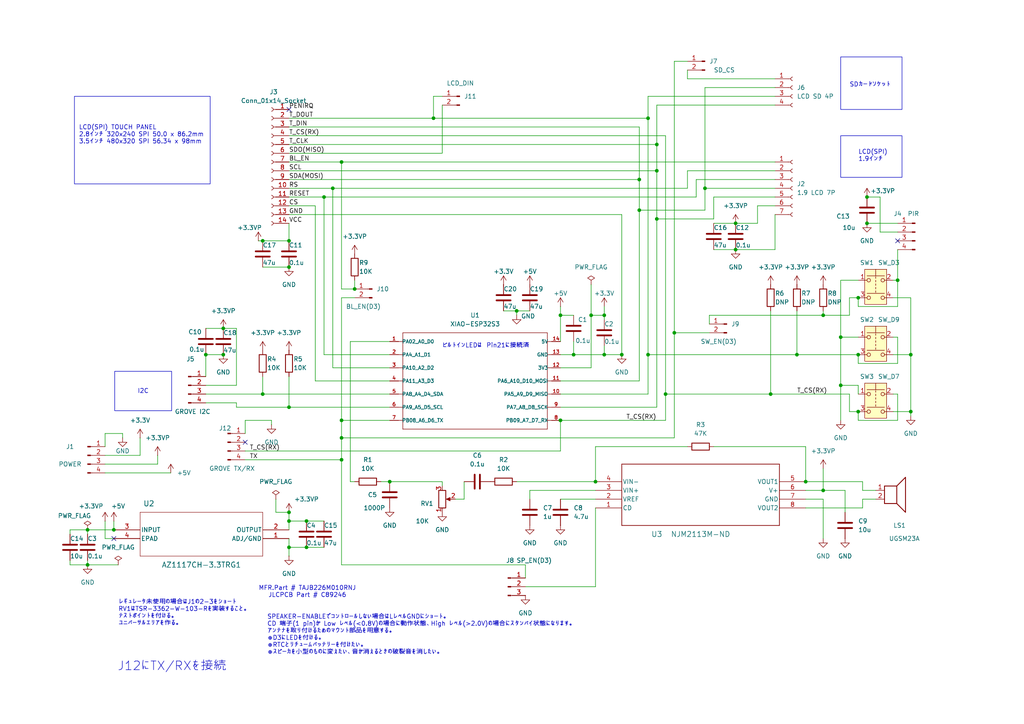
<source format=kicad_sch>
(kicad_sch (version 20250114) (generator "eeschema") (generator_version "9.0")
  (paper "A4")
  (title_block (title "piyopiyo-pcb") (date "2025-12-08") (rev "1.8") (company "piyopiyo.ex"))
  (lib_symbols
    (symbol "2024-02-19_05-27-28:NJM2113M-ND" (pin_names (offset 0.254))
      (property "Reference" "U" (at 30.48 10.16 0))
      (property "Value" "NJM2113M-ND" (at 30.48 7.62 0))
      (symbol "NJM2113M-ND_0_1"
        (pin unspecified line (at 0 0 0) (length 7.62) (name "CD") (number "1"))
        (pin power_in line (at 0 -2.54 0) (length 7.62) (name "VREF") (number "2"))
        (pin input line (at 0 -5.08 0) (length 7.62) (name "VIN+") (number "3"))
        (pin input line (at 0 -7.62 0) (length 7.62) (name "VIN-") (number "4"))
        (pin output line (at 60.96 0 180) (length 7.62) (name "VOUT2") (number "8"))
        (pin power_in line (at 60.96 -2.54 180) (length 7.62) (name "GND") (number "7"))
        (pin power_in line (at 60.96 -5.08 180) (length 7.62) (name "V+") (number "6"))
        (pin output line (at 60.96 -7.62 180) (length 7.62) (name "VOUT1") (number "5"))
      )
    )
    (symbol "2024-02-19_08-13-11:AZ1117CH-3.3TRG1" (pin_names (offset 0.254))
      (property "Reference" "U" (at 25.4 10.16 0))
      (property "Value" "AZ1117CH-3.3TRG1" (at 25.4 7.62 0))
      (symbol "AZ1117CH-3.3TRG1_0_1"
        (pin bidirectional line (at 0 0 0) (length 7.62) (name "ADJ/GND") (number "1"))
        (pin output line (at 0 -2.54 0) (length 7.62) (name "OUTPUT") (number "2"))
        (pin unspecified line (at 50.8 0 180) (length 7.62) (name "EPAD") (number "4"))
        (pin input line (at 50.8 -2.54 180) (length 7.62) (name "INPUT") (number "3"))
      )
    )
    (symbol "Connector:Conn_01x02_Pin" (pin_names (offset 1.016) (hide yes))
      (property "Reference" "J" (at 0 2.54 0))
      (property "Value" "Conn_01x02_Pin" (at 0 -5.08 0))
      (symbol "Conn_01x02_Pin_1_1"
        (pin passive line (at 5.08 0 180) (length 3.81) (name "Pin_1") (number "1"))
        (pin passive line (at 5.08 -2.54 180) (length 3.81) (name "Pin_2") (number "2"))
      )
    )
    (symbol "Connector:Conn_01x03_Pin" (pin_names (offset 1.016) (hide yes))
      (property "Reference" "J" (at 0 5.08 0))
      (property "Value" "Conn_01x03_Pin" (at 0 -5.08 0))
      (symbol "Conn_01x03_Pin_1_1"
        (pin passive line (at 5.08 2.54 180) (length 3.81) (name "Pin_1") (number "1"))
        (pin passive line (at 5.08 0 180) (length 3.81) (name "Pin_2") (number "2"))
        (pin passive line (at 5.08 -2.54 180) (length 3.81) (name "Pin_3") (number "3"))
      )
    )
    (symbol "Connector:Conn_01x04_Pin" (pin_names (offset 1.016) (hide yes))
      (property "Reference" "J" (at 0 5.08 0))
      (property "Value" "Conn_01x04_Pin" (at 0 -7.62 0))
      (symbol "Conn_01x04_Pin_1_1"
        (pin passive line (at 5.08 2.54 180) (length 3.81) (name "Pin_1") (number "1"))
        (pin passive line (at 5.08 0 180) (length 3.81) (name "Pin_2") (number "2"))
        (pin passive line (at 5.08 -2.54 180) (length 3.81) (name "Pin_3") (number "3"))
        (pin passive line (at 5.08 -5.08 180) (length 3.81) (name "Pin_4") (number "4"))
      )
    )
    (symbol "Connector:Conn_01x04_Socket" (pin_names (offset 1.016) (hide yes))
      (property "Reference" "J" (at 0 5.08 0))
      (property "Value" "Conn_01x04_Socket" (at 0 -7.62 0))
      (symbol "Conn_01x04_Socket_1_1"
        (pin passive line (at -5.08 2.54 0) (length 3.81) (name "Pin_1") (number "1"))
        (pin passive line (at -5.08 0 0) (length 3.81) (name "Pin_2") (number "2"))
        (pin passive line (at -5.08 -2.54 0) (length 3.81) (name "Pin_3") (number "3"))
        (pin passive line (at -5.08 -5.08 0) (length 3.81) (name "Pin_4") (number "4"))
      )
    )
    (symbol "Connector:Conn_01x07_Socket" (pin_names (offset 1.016) (hide yes))
      (property "Reference" "J" (at 0 10.16 0))
      (property "Value" "Conn_01x07_Socket" (at 0 -10.16 0))
      (symbol "Conn_01x07_Socket_1_1"
        (pin passive line (at -5.08 7.62 0) (length 3.81) (name "Pin_1") (number "1"))
        (pin passive line (at -5.08 5.08 0) (length 3.81) (name "Pin_2") (number "2"))
        (pin passive line (at -5.08 2.54 0) (length 3.81) (name "Pin_3") (number "3"))
        (pin passive line (at -5.08 0 0) (length 3.81) (name "Pin_4") (number "4"))
        (pin passive line (at -5.08 -2.54 0) (length 3.81) (name "Pin_5") (number "5"))
        (pin passive line (at -5.08 -5.08 0) (length 3.81) (name "Pin_6") (number "6"))
        (pin passive line (at -5.08 -7.62 0) (length 3.81) (name "Pin_7") (number "7"))
      )
    )
    (symbol "Connector:Conn_01x14_Socket" (pin_names (offset 1.016) (hide yes))
      (property "Reference" "J" (at 0 17.78 0))
      (property "Value" "Conn_01x14_Socket" (at 0 -20.32 0))
      (symbol "Conn_01x14_Socket_1_1"
        (pin passive line (at -5.08 15.24 0) (length 3.81) (name "Pin_1") (number "1"))
        (pin passive line (at -5.08 12.7 0) (length 3.81) (name "Pin_2") (number "2"))
        (pin passive line (at -5.08 10.16 0) (length 3.81) (name "Pin_3") (number "3"))
        (pin passive line (at -5.08 7.62 0) (length 3.81) (name "Pin_4") (number "4"))
        (pin passive line (at -5.08 5.08 0) (length 3.81) (name "Pin_5") (number "5"))
        (pin passive line (at -5.08 2.54 0) (length 3.81) (name "Pin_6") (number "6"))
        (pin passive line (at -5.08 0 0) (length 3.81) (name "Pin_7") (number "7"))
        (pin passive line (at -5.08 -2.54 0) (length 3.81) (name "Pin_8") (number "8"))
        (pin passive line (at -5.08 -5.08 0) (length 3.81) (name "Pin_9") (number "9"))
        (pin passive line (at -5.08 -7.62 0) (length 3.81) (name "Pin_10") (number "10"))
        (pin passive line (at -5.08 -10.16 0) (length 3.81) (name "Pin_11") (number "11"))
        (pin passive line (at -5.08 -12.7 0) (length 3.81) (name "Pin_12") (number "12"))
        (pin passive line (at -5.08 -15.24 0) (length 3.81) (name "Pin_13") (number "13"))
        (pin passive line (at -5.08 -17.78 0) (length 3.81) (name "Pin_14") (number "14"))
      )
    )
    (symbol "Device:C" (pin_numbers (hide yes)) (pin_names (offset 0.254))
      (property "Reference" "C" (at 0.635 2.54 0))
      (property "Value" "C" (at 0.635 -2.54 0))
      (symbol "C_1_1"
        (pin passive line (at 0 3.81 270) (length 2.794) (name "~") (number "1"))
        (pin passive line (at 0 -3.81 90) (length 2.794) (name "~") (number "2"))
      )
    )
    (symbol "Device:R" (pin_numbers (hide yes)) (pin_names (offset 0))
      (property "Reference" "R" (at 2.032 0 90))
      (property "Value" "R" (at 0 0 90))
      (symbol "R_1_1"
        (pin passive line (at 0 3.81 270) (length 1.27) (name "~") (number "1"))
        (pin passive line (at 0 -3.81 90) (length 1.27) (name "~") (number "2"))
      )
    )
    (symbol "Device:R_Potentiometer" (pin_names (offset 1.016) (hide yes))
      (property "Reference" "RV" (at -4.445 0 90))
      (property "Value" "R_Potentiometer" (at -2.54 0 90))
      (symbol "R_Potentiometer_1_1"
        (pin passive line (at 0 3.81 270) (length 1.27) (name "1") (number "1"))
        (pin passive line (at 0 -3.81 90) (length 1.27) (name "3") (number "3"))
        (pin passive line (at 3.81 0 180) (length 1.27) (name "2") (number "2"))
      )
    )
    (symbol "Device:Speaker" (pin_names (offset 0) (hide yes))
      (property "Reference" "LS" (at 1.27 5.715 0))
      (property "Value" "Speaker" (at 1.27 3.81 0))
      (symbol "Speaker_1_1"
        (pin input line (at -5.08 0 0) (length 2.54) (name "1") (number "1"))
        (pin input line (at -5.08 -2.54 0) (length 2.54) (name "2") (number "2"))
      )
    )
    (symbol "MOUDLE-SEEEDUINO-XIAO-ESP32C3:MOUDLE-SEEEDUINO-XIAO-ESP32C3" (pin_names (offset 1.016))
      (property "Reference" "U" (at -21.59 15.24 0))
      (property "Value" "MOUDLE-SEEEDUINO-XIAO-ESP32C3" (at -21.59 13.97 0))
      (symbol "MOUDLE-SEEEDUINO-XIAO-ESP32C3_0_0"
        (pin bidirectional line (at -25.4 11.43 0) (length 2.54) (name "PA02_A0_D0") (number "1"))
        (pin bidirectional line (at -25.4 7.62 0) (length 2.54) (name "PA4_A1_D1") (number "2"))
        (pin bidirectional line (at -25.4 3.81 0) (length 2.54) (name "PA10_A2_D2") (number "3"))
        (pin bidirectional line (at -25.4 0 0) (length 2.54) (name "PA11_A3_D3") (number "4"))
        (pin bidirectional line (at -25.4 -3.81 0) (length 2.54) (name "PA8_A4_D4_SDA") (number "5"))
        (pin bidirectional line (at -25.4 -7.62 0) (length 2.54) (name "PA9_A5_D5_SCL") (number "6"))
        (pin bidirectional line (at -25.4 -11.43 0) (length 2.54) (name "PB08_A6_D6_TX") (number "7"))
        (pin bidirectional line (at 24.13 11.43 180) (length 2.54) (name "5V") (number "14"))
        (pin bidirectional line (at 24.13 7.62 180) (length 2.54) (name "GND") (number "13"))
        (pin bidirectional line (at 24.13 3.81 180) (length 2.54) (name "3V3") (number "12"))
        (pin bidirectional line (at 24.13 0 180) (length 2.54) (name "PA6_A10_D10_MOSI") (number "11"))
        (pin bidirectional line (at 24.13 -3.81 180) (length 2.54) (name "PA5_A9_D9_MISO") (number "10"))
        (pin bidirectional line (at 24.13 -7.62 180) (length 2.54) (name "PA7_A8_D8_SCK") (number "9"))
        (pin bidirectional line (at 24.13 -11.43 180) (length 2.54) (name "PB09_A7_D7_RX") (number "8"))
      )
    )
    (symbol "Switch:SW_Push_Dual" (pin_names (offset 1.016) (hide yes))
      (property "Reference" "SW" (at 0 7.62 0))
      (property "Value" "SW_Push_Dual" (at 0 -6.35 0))
      (symbol "SW_Push_Dual_0_1"
        (pin passive line (at -5.08 2.54 0) (length 2.54) (name "1") (number "1"))
        (pin passive line (at -5.08 -2.54 0) (length 2.54) (name "3") (number "3"))
        (pin passive line (at 5.08 2.54 180) (length 2.54) (name "2") (number "2"))
        (pin passive line (at 5.08 -2.54 180) (length 2.54) (name "4") (number "4"))
      )
    )
    (symbol "power:+3.3V" (power) (pin_numbers (hide yes)) (pin_names (offset 0) (hide yes))
      (property "Value" "+3.3V" (at 0 3.556 0))
      (symbol "+3.3V_1_1"
        (pin power_in line (at 0 0 90) (length 0) (name "~") (number "1"))
      )
    )
    (symbol "power:+3.3VP" (power) (pin_numbers (hide yes)) (pin_names (offset 0) (hide yes))
      (property "Value" "+3.3VP" (at 0 3.556 0))
      (symbol "+3.3VP_0_0"
        (pin power_in line (at 0 0 90) (length 0) (name "~") (number "1"))
      )
    )
    (symbol "power:+5V" (power) (pin_numbers (hide yes)) (pin_names (offset 0) (hide yes))
      (property "Value" "+5V" (at 0 3.556 0))
      (symbol "+5V_1_1"
        (pin power_in line (at 0 0 90) (length 0) (name "~") (number "1"))
      )
    )
    (symbol "power:GND" (power) (pin_numbers (hide yes)) (pin_names (offset 0) (hide yes))
      (property "Value" "GND" (at 0 -3.81 0))
      (symbol "GND_1_1"
        (pin power_in line (at 0 0 270) (length 0) (name "~") (number "1"))
      )
    )
    (symbol "power:PWR_FLAG" (power) (pin_numbers (hide yes)) (pin_names (offset 0) (hide yes))
      (property "Value" "PWR_FLAG" (at 0 3.81 0))
      (symbol "PWR_FLAG_0_0"
        (pin power_out line (at 0 0 90) (length 0) (name "~") (number "1"))
      )
    )
  )
  (rectangle (start 243.84 16.51) (end 261.62 31.75))
  (rectangle (start 33.274 107.696) (end 49.784 119.126))
  (rectangle (start 243.84 39.37) (end 261.62 51.435))
  (rectangle (start 21.59 27.94) (end 60.96 53.34))
  (text "MFR.Part # TAJB226M010RNJ\nJLCPCB Part # C89246\n" (at 89.154 171.704 0) (effects (font (size 1.27 1.27))))
  (text "I2C" (at 39.878 114.3 0) (effects (font (size 1.27 1.27)) (justify left bottom)))
  (text "ビルトインLEDは　Pin21に接続済" (at 128.27 101.092 0) (effects (font (size 1.27 1.27)) (justify left bottom)))
  (text "レギュレータ未使用の場合はJ1の2-3をショート\nRV1はTSR-3362-W-103-Rを実装すること。\nテストポイントを付ける。\nユニバーサルエリアを作る。" (at 34.29 181.61 0) (effects (font (size 1.27 1.27)) (justify left bottom)))
  (text "LCD(SPI)\n1.9インチ" (at 248.92 46.99 0) (effects (font (size 1.27 1.27)) (justify left bottom)))
  (text "SPEAKER-ENABLEでコントロールしない場合はLレベルGNDにショート。\nCD 端子(1 pin)が Low レベル(<0.8V)の場合に動作状態、High レベル(>2.0V)の場合にスタンバイ状態になります。\nアンテナを取り付けるためのマウント部品を用意する。\n※D3にLEDを付ける。\n※RTCとリチュームバッテリーを付けたい。\n※スピーカを小型のものに変えたい、音が消えるときの破裂音を消したい。" (at 77.47 189.992 0) (effects (font (size 1.27 1.27)) (justify left bottom)))
  (text "LCD(SPI) TOUCH PANEL\n2.8インチ 320x240 SPI 50.0 x 86.2mm\n3.5インチ 480x320 SPI 56.34 x 98mm" (at 22.86 41.91 0) (effects (font (size 1.27 1.27)) (justify left bottom)))
  (text "J12にTX/RXを接続" (at 34.036 194.818 0) (effects (font (size 2.54 2.54)) (justify left bottom)))
  (text "SDカードソケット" (at 246.38 25.4 0) (effects (font (size 1.27 1.27)) (justify left bottom)))
  (junction (at 83.82 151.13))
  (junction (at 99.06 121.92))
  (junction (at 171.45 91.44))
  (junction (at 113.03 139.7))
  (junction (at 180.34 102.87))
  (junction (at 64.77 95.25))
  (junction (at 190.5 63.5))
  (junction (at 59.69 102.87))
  (junction (at 99.06 46.99))
  (junction (at 195.58 96.52))
  (junction (at 149.86 90.17))
  (junction (at 190.5 49.53))
  (junction (at 83.82 118.11))
  (junction (at 213.36 72.39))
  (junction (at 33.02 153.67))
  (junction (at 125.73 34.29))
  (junction (at 99.06 127))
  (junction (at 251.46 64.77))
  (junction (at 76.2 114.3))
  (junction (at 223.52 114.3))
  (junction (at 187.96 34.29))
  (junction (at 166.37 102.87))
  (junction (at 172.72 139.7))
  (junction (at 243.84 111.76))
  (junction (at 248.92 86.36))
  (junction (at 248.92 119.38))
  (junction (at 25.4 153.67))
  (junction (at 102.87 83.82))
  (junction (at 175.26 91.44))
  (junction (at 193.04 114.3))
  (junction (at 162.56 121.92))
  (junction (at 204.47 54.61))
  (junction (at 185.42 60.96))
  (junction (at 187.96 102.87))
  (junction (at 243.84 97.79))
  (junction (at 83.82 158.75))
  (junction (at 238.76 91.44))
  (junction (at 175.26 102.87))
  (junction (at 83.82 77.47))
  (junction (at 260.35 81.28))
  (junction (at 213.36 64.77))
  (junction (at 93.98 57.15))
  (junction (at 233.68 139.7))
  (junction (at 64.77 102.87))
  (junction (at 88.9 151.13))
  (junction (at 238.76 142.24))
  (junction (at 248.92 102.87))
  (junction (at 76.2 69.85))
  (junction (at 251.46 57.15))
  (junction (at 25.4 163.83))
  (junction (at 190.5 41.91))
  (junction (at 83.82 148.59))
  (junction (at 231.14 102.87))
  (junction (at 99.06 133.35))
  (junction (at 264.16 102.87))
  (junction (at 96.52 54.61))
  (junction (at 185.42 52.07))
  (junction (at 162.56 91.44))
  (junction (at 88.9 158.75))
  (junction (at 83.82 69.85))
  (junction (at 264.16 119.38))
  (no_connect (at 71.12 128.27))
  (no_connect (at 33.02 156.21))
  (no_connect (at 260.35 69.85))
  (no_connect (at 83.82 31.75))
  (wire (pts (xy 193.04 114.3) (xy 193.04 121.92)))
  (wire (pts (xy 162.56 121.92) (xy 162.56 130.81)))
  (wire (pts (xy 248.92 105.41) (xy 260.35 105.41)))
  (wire (pts (xy 190.5 63.5) (xy 190.5 118.11)))
  (wire (pts (xy 219.71 64.77) (xy 219.71 59.69)))
  (wire (pts (xy 83.82 59.69) (xy 91.44 59.69)))
  (wire (pts (xy 254 144.78) (xy 250.19 144.78)))
  (wire (pts (xy 83.82 118.11) (xy 113.03 118.11)))
  (wire (pts (xy 264.16 86.36) (xy 264.16 102.87)))
  (wire (pts (xy 171.45 91.44) (xy 171.45 106.68)))
  (wire (pts (xy 199.39 54.61) (xy 199.39 49.53)))
  (wire (pts (xy 68.58 111.76) (xy 59.69 111.76)))
  (wire (pts (xy 166.37 102.87) (xy 175.26 102.87)))
  (wire (pts (xy 102.87 86.36) (xy 99.06 86.36)))
  (wire (pts (xy 180.34 62.23) (xy 180.34 102.87)))
  (wire (pts (xy 96.52 106.68) (xy 113.03 106.68)))
  (wire (pts (xy 224.79 72.39) (xy 224.79 62.23)))
  (wire (pts (xy 153.67 142.24) (xy 153.67 144.78)))
  (wire (pts (xy 248.92 121.92) (xy 260.35 121.92)))
  (wire (pts (xy 96.52 54.61) (xy 96.52 106.68)))
  (wire (pts (xy 71.12 133.35) (xy 99.06 133.35)))
  (wire (pts (xy 93.98 57.15) (xy 83.82 57.15)))
  (wire (pts (xy 71.12 121.92) (xy 78.74 121.92)))
  (wire (pts (xy 190.5 41.91) (xy 190.5 49.53)))
  (wire (pts (xy 187.96 114.3) (xy 187.96 102.87)))
  (wire (pts (xy 101.6 99.06) (xy 113.03 99.06)))
  (wire (pts (xy 40.64 132.08) (xy 40.64 127)))
  (wire (pts (xy 162.56 91.44) (xy 162.56 99.06)))
  (wire (pts (xy 59.69 102.87) (xy 64.77 102.87)))
  (wire (pts (xy 83.82 109.22) (xy 83.82 118.11)))
  (wire (pts (xy 83.82 39.37) (xy 193.04 39.37)))
  (wire (pts (xy 30.48 156.21) (xy 33.02 156.21)))
  (wire (pts (xy 101.6 99.06) (xy 101.6 139.7)))
  (wire (pts (xy 207.01 57.15) (xy 207.01 63.5)))
  (wire (pts (xy 99.06 86.36) (xy 99.06 121.92)))
  (wire (pts (xy 260.35 88.9) (xy 260.35 81.28)))
  (wire (pts (xy 238.76 144.78) (xy 238.76 156.21)))
  (wire (pts (xy 25.4 153.67) (xy 33.02 153.67)))
  (wire (pts (xy 171.45 91.44) (xy 175.26 91.44)))
  (wire (pts (xy 259.08 119.38) (xy 264.16 119.38)))
  (wire (pts (xy 78.74 121.92) (xy 78.74 123.19)))
  (wire (pts (xy 199.39 22.86) (xy 199.39 20.32)))
  (wire (pts (xy 30.48 137.16) (xy 49.53 137.16)))
  (wire (pts (xy 128.27 139.7) (xy 128.27 140.97)))
  (wire (pts (xy 76.2 77.47) (xy 83.82 77.47)))
  (wire (pts (xy 233.68 142.24) (xy 238.76 142.24)))
  (wire (pts (xy 68.58 95.25) (xy 68.58 111.76)))
  (wire (pts (xy 259.08 114.3) (xy 260.35 114.3)))
  (wire (pts (xy 175.26 88.9) (xy 175.26 91.44)))
  (wire (pts (xy 162.56 118.11) (xy 190.5 118.11)))
  (wire (pts (xy 83.82 44.45) (xy 128.27 44.45)))
  (wire (pts (xy 99.06 133.35) (xy 99.06 163.83)))
  (wire (pts (xy 162.56 130.81) (xy 71.12 130.81)))
  (wire (pts (xy 30.48 134.62) (xy 45.72 134.62)))
  (wire (pts (xy 260.35 72.39) (xy 260.35 81.28)))
  (wire (pts (xy 260.35 105.41) (xy 260.35 97.79)))
  (wire (pts (xy 243.84 111.76) (xy 243.84 97.79)))
  (wire (pts (xy 149.86 90.17) (xy 149.86 91.44)))
  (wire (pts (xy 195.58 17.78) (xy 195.58 96.52)))
  (wire (pts (xy 175.26 102.87) (xy 180.34 102.87)))
  (wire (pts (xy 25.4 153.67) (xy 25.4 154.94)))
  (wire (pts (xy 33.02 151.13) (xy 33.02 153.67)))
  (wire (pts (xy 20.32 153.67) (xy 25.4 153.67)))
  (wire (pts (xy 185.42 60.96) (xy 204.47 60.96)))
  (wire (pts (xy 162.56 88.9) (xy 162.56 91.44)))
  (wire (pts (xy 223.52 114.3) (xy 246.38 114.3)))
  (wire (pts (xy 248.92 102.87) (xy 248.92 105.41)))
  (wire (pts (xy 255.27 67.31) (xy 255.27 57.15)))
  (wire (pts (xy 207.01 129.54) (xy 233.68 129.54)))
  (wire (pts (xy 185.42 60.96) (xy 185.42 110.49)))
  (wire (pts (xy 190.5 49.53) (xy 190.5 63.5)))
  (wire (pts (xy 99.06 121.92) (xy 113.03 121.92)))
  (wire (pts (xy 246.38 91.44) (xy 246.38 86.36)))
  (wire (pts (xy 199.39 129.54) (xy 172.72 129.54)))
  (wire (pts (xy 251.46 64.77) (xy 260.35 64.77)))
  (wire (pts (xy 162.56 102.87) (xy 166.37 102.87)))
  (wire (pts (xy 30.48 132.08) (xy 40.64 132.08)))
  (wire (pts (xy 233.68 144.78) (xy 238.76 144.78)))
  (wire (pts (xy 260.35 67.31) (xy 255.27 67.31)))
  (wire (pts (xy 83.82 54.61) (xy 96.52 54.61)))
  (wire (pts (xy 152.4 170.18) (xy 172.72 170.18)))
  (wire (pts (xy 264.16 102.87) (xy 264.16 119.38)))
  (wire (pts (xy 187.96 34.29) (xy 187.96 102.87)))
  (wire (pts (xy 207.01 72.39) (xy 213.36 72.39)))
  (wire (pts (xy 102.87 81.28) (xy 102.87 83.82)))
  (wire (pts (xy 83.82 36.83) (xy 185.42 36.83)))
  (wire (pts (xy 233.68 139.7) (xy 250.19 139.7)))
  (wire (pts (xy 59.69 95.25) (xy 64.77 95.25)))
  (wire (pts (xy 59.69 114.3) (xy 76.2 114.3)))
  (wire (pts (xy 93.98 102.87) (xy 93.98 57.15)))
  (wire (pts (xy 76.2 69.85) (xy 83.82 69.85)))
  (wire (pts (xy 238.76 91.44) (xy 246.38 91.44)))
  (wire (pts (xy 83.82 151.13) (xy 88.9 151.13)))
  (wire (pts (xy 199.39 49.53) (xy 224.79 49.53)))
  (wire (pts (xy 146.05 90.17) (xy 149.86 90.17)))
  (wire (pts (xy 238.76 90.17) (xy 238.76 91.44)))
  (wire (pts (xy 30.48 125.73) (xy 35.56 125.73)))
  (wire (pts (xy 248.92 119.38) (xy 248.92 121.92)))
  (wire (pts (xy 80.01 144.78) (xy 80.01 148.59)))
  (wire (pts (xy 224.79 22.86) (xy 199.39 22.86)))
  (wire (pts (xy 162.56 144.78) (xy 172.72 144.78)))
  (wire (pts (xy 83.82 156.21) (xy 83.82 158.75)))
  (wire (pts (xy 175.26 91.44) (xy 175.26 92.71)))
  (wire (pts (xy 243.84 97.79) (xy 248.92 97.79)))
  (wire (pts (xy 264.16 119.38) (xy 264.16 120.65)))
  (wire (pts (xy 213.36 72.39) (xy 224.79 72.39)))
  (wire (pts (xy 250.19 142.24) (xy 254 142.24)))
  (wire (pts (xy 71.12 125.73) (xy 71.12 121.92)))
  (wire (pts (xy 231.14 90.17) (xy 231.14 102.87)))
  (wire (pts (xy 96.52 54.61) (xy 199.39 54.61)))
  (wire (pts (xy 223.52 90.17) (xy 223.52 114.3)))
  (wire (pts (xy 205.74 96.52) (xy 195.58 96.52)))
  (wire (pts (xy 153.67 142.24) (xy 172.72 142.24)))
  (wire (pts (xy 190.5 30.48) (xy 224.79 30.48)))
  (wire (pts (xy 83.82 34.29) (xy 125.73 34.29)))
  (wire (pts (xy 190.5 41.91) (xy 190.5 30.48)))
  (wire (pts (xy 250.19 139.7) (xy 250.19 142.24)))
  (wire (pts (xy 238.76 91.44) (xy 205.74 91.44)))
  (wire (pts (xy 172.72 147.32) (xy 172.72 170.18)))
  (wire (pts (xy 162.56 114.3) (xy 187.96 114.3)))
  (wire (pts (xy 190.5 63.5) (xy 207.01 63.5)))
  (wire (pts (xy 152.4 163.83) (xy 152.4 167.64)))
  (wire (pts (xy 259.08 86.36) (xy 264.16 86.36)))
  (wire (pts (xy 20.32 163.83) (xy 25.4 163.83)))
  (wire (pts (xy 199.39 17.78) (xy 195.58 17.78)))
  (wire (pts (xy 20.32 162.56) (xy 20.32 163.83)))
  (wire (pts (xy 74.93 69.85) (xy 76.2 69.85)))
  (wire (pts (xy 260.35 97.79) (xy 259.08 97.79)))
  (wire (pts (xy 128.27 30.48) (xy 128.27 44.45)))
  (wire (pts (xy 113.03 139.7) (xy 128.27 139.7)))
  (wire (pts (xy 128.27 27.94) (xy 125.73 27.94)))
  (wire (pts (xy 99.06 127) (xy 99.06 133.35)))
  (wire (pts (xy 248.92 86.36) (xy 248.92 88.9)))
  (wire (pts (xy 260.35 121.92) (xy 260.35 114.3)))
  (wire (pts (xy 185.42 52.07) (xy 185.42 60.96)))
  (wire (pts (xy 233.68 147.32) (xy 250.19 147.32)))
  (wire (pts (xy 34.29 163.83) (xy 25.4 163.83)))
  (wire (pts (xy 83.82 46.99) (xy 99.06 46.99)))
  (wire (pts (xy 99.06 127) (xy 195.58 127)))
  (wire (pts (xy 204.47 25.4) (xy 204.47 54.61)))
  (wire (pts (xy 125.73 27.94) (xy 125.73 34.29)))
  (wire (pts (xy 68.58 118.11) (xy 83.82 118.11)))
  (wire (pts (xy 243.84 97.79) (xy 243.84 81.28)))
  (wire (pts (xy 243.84 121.92) (xy 243.84 111.76)))
  (wire (pts (xy 243.84 81.28) (xy 248.92 81.28)))
  (wire (pts (xy 259.08 102.87) (xy 264.16 102.87)))
  (wire (pts (xy 113.03 102.87) (xy 93.98 102.87)))
  (wire (pts (xy 201.93 57.15) (xy 201.93 52.07)))
  (wire (pts (xy 246.38 119.38) (xy 248.92 119.38)))
  (wire (pts (xy 248.92 111.76) (xy 248.92 114.3)))
  (wire (pts (xy 246.38 114.3) (xy 246.38 119.38)))
  (wire (pts (xy 171.45 106.68) (xy 162.56 106.68)))
  (wire (pts (xy 93.98 57.15) (xy 201.93 57.15)))
  (wire (pts (xy 25.4 162.56) (xy 25.4 163.83)))
  (wire (pts (xy 134.62 144.78) (xy 134.62 139.7)))
  (wire (pts (xy 59.69 109.22) (xy 59.69 102.87)))
  (wire (pts (xy 243.84 111.76) (xy 248.92 111.76)))
  (wire (pts (xy 83.82 148.59) (xy 83.82 151.13)))
  (wire (pts (xy 175.26 100.33) (xy 175.26 102.87)))
  (wire (pts (xy 88.9 151.13) (xy 93.98 151.13)))
  (wire (pts (xy 35.56 125.73) (xy 35.56 127)))
  (wire (pts (xy 193.04 39.37) (xy 193.04 114.3)))
  (wire (pts (xy 193.04 114.3) (xy 223.52 114.3)))
  (wire (pts (xy 132.08 144.78) (xy 134.62 144.78)))
  (wire (pts (xy 207.01 64.77) (xy 213.36 64.77)))
  (wire (pts (xy 149.86 90.17) (xy 153.67 90.17)))
  (wire (pts (xy 30.48 125.73) (xy 30.48 129.54)))
  (wire (pts (xy 45.72 134.62) (xy 45.72 132.08)))
  (wire (pts (xy 99.06 46.99) (xy 99.06 83.82)))
  (wire (pts (xy 99.06 46.99) (xy 224.79 46.99)))
  (wire (pts (xy 83.82 69.85) (xy 83.82 64.77)))
  (wire (pts (xy 91.44 59.69) (xy 91.44 110.49)))
  (wire (pts (xy 64.77 95.25) (xy 68.58 95.25)))
  (wire (pts (xy 224.79 25.4) (xy 204.47 25.4)))
  (wire (pts (xy 224.79 57.15) (xy 207.01 57.15)))
  (wire (pts (xy 251.46 57.15) (xy 255.27 57.15)))
  (wire (pts (xy 185.42 36.83) (xy 185.42 52.07)))
  (wire (pts (xy 238.76 142.24) (xy 238.76 135.89)))
  (wire (pts (xy 83.82 41.91) (xy 190.5 41.91)))
  (wire (pts (xy 80.01 148.59) (xy 83.82 148.59)))
  (wire (pts (xy 30.48 151.13) (xy 30.48 156.21)))
  (wire (pts (xy 231.14 102.87) (xy 248.92 102.87)))
  (wire (pts (xy 245.11 142.24) (xy 245.11 148.59)))
  (wire (pts (xy 187.96 102.87) (xy 231.14 102.87)))
  (wire (pts (xy 68.58 116.84) (xy 68.58 118.11)))
  (wire (pts (xy 149.86 139.7) (xy 172.72 139.7)))
  (wire (pts (xy 99.06 121.92) (xy 99.06 127)))
  (wire (pts (xy 88.9 158.75) (xy 93.98 158.75)))
  (wire (pts (xy 83.82 158.75) (xy 88.9 158.75)))
  (wire (pts (xy 204.47 54.61) (xy 204.47 60.96)))
  (wire (pts (xy 224.79 54.61) (xy 204.47 54.61)))
  (wire (pts (xy 110.49 139.7) (xy 113.03 139.7)))
  (wire (pts (xy 193.04 121.92) (xy 162.56 121.92)))
  (wire (pts (xy 83.82 49.53) (xy 190.5 49.53)))
  (wire (pts (xy 201.93 52.07) (xy 224.79 52.07)))
  (wire (pts (xy 213.36 64.77) (xy 219.71 64.77)))
  (wire (pts (xy 101.6 139.7) (xy 102.87 139.7)))
  (wire (pts (xy 205.74 91.44) (xy 205.74 93.98)))
  (wire (pts (xy 83.82 151.13) (xy 83.82 153.67)))
  (wire (pts (xy 83.82 62.23) (xy 180.34 62.23)))
  (wire (pts (xy 187.96 27.94) (xy 224.79 27.94)))
  (wire (pts (xy 91.44 110.49) (xy 113.03 110.49)))
  (wire (pts (xy 250.19 144.78) (xy 250.19 147.32)))
  (wire (pts (xy 99.06 163.83) (xy 152.4 163.83)))
  (wire (pts (xy 260.35 81.28) (xy 259.08 81.28)))
  (wire (pts (xy 238.76 142.24) (xy 245.11 142.24)))
  (wire (pts (xy 246.38 86.36) (xy 248.92 86.36)))
  (wire (pts (xy 171.45 82.55) (xy 171.45 91.44)))
  (wire (pts (xy 172.72 129.54) (xy 172.72 139.7)))
  (wire (pts (xy 83.82 52.07) (xy 185.42 52.07)))
  (wire (pts (xy 99.06 83.82) (xy 102.87 83.82)))
  (wire (pts (xy 83.82 158.75) (xy 83.82 161.29)))
  (wire (pts (xy 248.92 88.9) (xy 260.35 88.9)))
  (wire (pts (xy 20.32 154.94) (xy 20.32 153.67)))
  (wire (pts (xy 162.56 110.49) (xy 185.42 110.49)))
  (wire (pts (xy 162.56 91.44) (xy 166.37 91.44)))
  (wire (pts (xy 219.71 59.69) (xy 224.79 59.69)))
  (wire (pts (xy 187.96 34.29) (xy 125.73 34.29)))
  (wire (pts (xy 166.37 99.06) (xy 166.37 102.87)))
  (wire (pts (xy 76.2 114.3) (xy 113.03 114.3)))
  (wire (pts (xy 195.58 96.52) (xy 195.58 127)))
  (wire (pts (xy 59.69 116.84) (xy 68.58 116.84)))
  (wire (pts (xy 187.96 34.29) (xy 187.96 27.94)))
  (wire (pts (xy 76.2 109.22) (xy 76.2 114.3)))
  (wire (pts (xy 233.68 129.54) (xy 233.68 139.7)))
  (label "T_CS(RX)" (at 72.39 130.81 0))
  (label "T_DOUT" (at 83.82 34.29 0))
  (label "BL_EN" (at 83.82 46.99 0))
  (label "PENIRQ" (at 83.82 31.75 0))
  (label "T_CLK" (at 83.82 41.91 0))
  (label "GND" (at 83.82 62.23 0))
  (label "CS" (at 83.82 59.69 0))
  (label "RS" (at 83.82 54.61 0))
  (label "T_CS(RX)" (at 231.14 114.3 0))
  (label "SDA(MOSI)" (at 83.82 52.07 0))
  (label "T_CS(RX)" (at 83.82 39.37 0))
  (label "TX" (at 72.39 133.35 0))
  (label "T_DIN" (at 83.82 36.83 0))
  (label "RESET" (at 83.82 57.15 0))
  (label "VCC" (at 83.82 64.77 0))
  (label "SDO(MISO)" (at 83.82 44.45 0))
  (label "T_CS(RX)" (at 181.61 121.92 0))
  (label "SCL" (at 83.82 49.53 0))
  (symbol (lib_id "power:+3.3VP") (at 223.52 82.55 0) (unit 1)
    (property "Reference" "#PWR026" (effects (hide yes)))
    (property "Value" "+3.3VP" (at 223.52 77.47 0))
    (property "Description" "Power symbol creates a global label with name \"+3.3VP\"" (effects (hide yes)))
  )
  (symbol (lib_id "power:GND") (at 128.27 148.59 0) (unit 1)
    (property "Reference" "#PWR017" (effects (hide yes)))
    (property "Value" "GND" (at 128.27 153.67 0))
    (property "Description" "Power symbol creates a global label with name \"GND\" , ground" (effects (hide yes)))
  )
  (symbol (lib_id "Device:C") (at 138.43 139.7 90) (unit 1)
    (property "Reference" "C6" (at 138.43 132.08 90))
    (property "Value" "0.1u" (at 138.43 134.62 90))
    (property "Footprint" "Capacitor_SMD:C_0603_1608Metric_Pad1.08x0.95mm_HandSolder" (effects (hide yes)))
    (property "Description" "Unpolarized capacitor" (effects (hide yes)))
  )
  (symbol (lib_id "power:+3.3V") (at 175.26 88.9 0) (unit 1)
    (property "Reference" "#PWR022" (effects (hide yes)))
    (property "Value" "+3.3V" (at 175.26 85.09 0))
    (property "Description" "Power symbol creates a global label with name \"+3.3V\"" (effects (hide yes)))
  )
  (symbol (lib_id "power:GND") (at 238.76 156.21 0) (unit 1)
    (property "Reference" "#PWR030" (effects (hide yes)))
    (property "Value" "GND" (at 238.76 161.29 0))
    (property "Description" "Power symbol creates a global label with name \"GND\" , ground" (effects (hide yes)))
  )
  (symbol (lib_id "power:+3.3VP") (at 213.36 64.77 0) (unit 1)
    (property "Reference" "#PWR024" (effects (hide yes)))
    (property "Value" "+3.3VP" (at 213.36 59.69 0))
    (property "Description" "Power symbol creates a global label with name \"+3.3VP\"" (effects (hide yes)))
  )
  (symbol (lib_id "Device:R_Potentiometer") (at 128.27 144.78 0) (mirror x) (unit 1)
    (property "Reference" "RV1" (at 125.73 146.05 0) (effects (justify right)))
    (property "Value" "10K" (at 124.46 151.13 0) (effects (justify right)))
    (property "Footprint" "Potentiometer_THT:Potentiometer_ACP_CA6-H2,5_Horizontal" (effects (hide yes)))
    (property "Description" "Potentiometer" (effects (hide yes)))
  )
  (symbol (lib_id "Switch:SW_Push_Dual") (at 254 116.84 0) (unit 1)
    (property "Reference" "SW3" (at 251.46 109.22 0))
    (property "Value" "SW_D7" (at 257.81 109.22 0))
    (property "Footprint" "UGSM23A:TVGP01-G73BB" (effects (hide yes)))
    (property "Description" "Push button switch, generic, symbol, four pins" (effects (hide yes)))
  )
  (symbol (lib_id "Device:C") (at 207.01 68.58 0) (unit 1)
    (property "Reference" "C16" (at 207.01 66.04 0) (effects (justify left)))
    (property "Value" "47u" (at 207.01 71.12 0) (effects (justify left)))
    (property "Footprint" "Capacitor_SMD:C_0805_2012Metric_Pad1.18x1.45mm_HandSolder" (effects (hide yes)))
    (property "Description" "Unpolarized capacitor" (effects (hide yes)))
  )
  (symbol (lib_id "power:GND") (at 245.11 156.21 0) (unit 1)
    (property "Reference" "#PWR031" (effects (hide yes)))
    (property "Value" "GND" (at 245.11 161.29 0))
    (property "Description" "Power symbol creates a global label with name \"GND\" , ground" (effects (hide yes)))
  )
  (symbol (lib_id "power:GND") (at 243.84 121.92 0) (unit 1)
    (property "Reference" "#PWR033" (effects (hide yes)))
    (property "Value" "GND" (at 243.84 127 0))
    (property "Description" "Power symbol creates a global label with name \"GND\" , ground" (effects (hide yes)))
  )
  (symbol (lib_id "2024-02-19_05-27-28:NJM2113M-ND") (at 172.72 147.32 0) (mirror x) (unit 1)
    (property "Reference" "U3" (at 190.5 154.94 0) (effects (font (size 1.524 1.524))))
    (property "Value" "NJM2113M-ND" (at 203.2 154.94 0) (effects (font (size 1.524 1.524))))
    (property "Footprint" "footprints:NJR-DMP8_NJR" (effects (hide yes)))
    (property "Datasheet" "NJM2113M-ND" (effects (hide yes)))
  )
  (symbol (lib_id "Device:C") (at 88.9 154.94 0) (unit 1)
    (property "Reference" "C4" (at 88.9 152.4 0) (effects (justify left)))
    (property "Value" "0.1u" (at 88.9 157.48 0) (effects (justify left)))
    (property "Footprint" "Capacitor_SMD:C_0603_1608Metric_Pad1.08x0.95mm_HandSolder" (effects (hide yes)))
    (property "Description" "Unpolarized capacitor" (effects (hide yes)))
  )
  (symbol (lib_id "Switch:SW_Push_Dual") (at 254 100.33 0) (unit 1)
    (property "Reference" "SW2" (at 251.46 92.71 0))
    (property "Value" "SW_D9" (at 257.81 92.71 0))
    (property "Footprint" "UGSM23A:TVGP01-G73BB" (effects (hide yes)))
    (property "Description" "Push button switch, generic, symbol, four pins" (effects (hide yes)))
  )
  (symbol (lib_id "Connector:Conn_01x02_Pin") (at 107.95 83.82 0) (mirror y) (unit 1)
    (property "Reference" "J10" (at 109.22 83.82 0) (effects (justify right)))
    (property "Value" "BL_EN(D3)" (at 100.33 88.9 0) (effects (justify right)))
    (property "Footprint" "Connector_PinHeader_2.54mm:PinHeader_1x02_P2.54mm_Vertical" (effects (hide yes)))
    (property "Description" "Generic connector, single row, 01x02, script generated" (effects (hide yes)))
  )
  (symbol (lib_id "power:+3.3VP") (at 30.48 151.13 0) (unit 1)
    (property "Reference" "#PWR040" (effects (hide yes)))
    (property "Value" "+3.3VP" (at 26.416 146.812 0))
    (property "Description" "Power symbol creates a global label with name \"+3.3VP\"" (effects (hide yes)))
  )
  (symbol (lib_id "power:GND") (at 213.36 72.39 0) (unit 1)
    (property "Reference" "#PWR025" (effects (hide yes)))
    (property "Value" "GND" (at 213.36 77.47 0))
    (property "Description" "Power symbol creates a global label with name \"GND\" , ground" (effects (hide yes)))
  )
  (symbol (lib_id "Connector:Conn_01x02_Pin") (at 210.82 93.98 0) (mirror y) (unit 1)
    (property "Reference" "J9" (at 212.09 93.98 0) (effects (justify right)))
    (property "Value" "SW_EN(D3)" (at 203.2 99.06 0) (effects (justify right)))
    (property "Footprint" "Connector_PinHeader_2.54mm:PinHeader_1x02_P2.54mm_Vertical" (effects (hide yes)))
    (property "Description" "Generic connector, single row, 01x02, script generated" (effects (hide yes)))
  )
  (symbol (lib_id "Connector:Conn_01x03_Pin") (at 147.32 170.18 0) (unit 1)
    (property "Reference" "J8" (at 147.955 162.56 0))
    (property "Value" "SP_EN(D3)" (at 154.94 162.56 0))
    (property "Footprint" "Connector_PinHeader_2.54mm:PinHeader_1x03_P2.54mm_Vertical" (effects (hide yes)))
    (property "Description" "Generic connector, single row, 01x03, script generated" (effects (hide yes)))
  )
  (symbol (lib_id "power:GND") (at 152.4 172.72 0) (unit 1)
    (property "Reference" "#PWR018" (effects (hide yes)))
    (property "Value" "GND" (at 152.4 177.8 0))
    (property "Description" "Power symbol creates a global label with name \"GND\" , ground" (effects (hide yes)))
  )
  (symbol (lib_id "power:+3.3VP") (at 238.76 135.89 0) (unit 1)
    (property "Reference" "#PWR029" (effects (hide yes)))
    (property "Value" "+3.3VP" (at 238.76 130.81 0))
    (property "Description" "Power symbol creates a global label with name \"+3.3VP\"" (effects (hide yes)))
  )
  (symbol (lib_id "power:+3.3VP") (at 238.76 82.55 0) (unit 1)
    (property "Reference" "#PWR028" (effects (hide yes)))
    (property "Value" "+3.3VP" (at 238.76 77.47 0))
    (property "Description" "Power symbol creates a global label with name \"+3.3VP\"" (effects (hide yes)))
  )
  (symbol (lib_id "Device:Speaker") (at 259.08 142.24 0) (unit 1)
    (property "Reference" "LS1" (at 259.08 152.4 0) (effects (justify left)))
    (property "Value" "UGSM23A" (at 257.81 156.21 0) (effects (justify left)))
    (property "Footprint" "UGSM23A:UGSM23A" (effects (hide yes)))
    (property "Description" "Speaker" (effects (hide yes)))
  )
  (symbol (lib_id "power:GND") (at 264.16 120.65 0) (unit 1)
    (property "Reference" "#PWR032" (effects (hide yes)))
    (property "Value" "GND" (at 264.16 125.73 0))
    (property "Description" "Power symbol creates a global label with name \"GND\" , ground" (effects (hide yes)))
  )
  (symbol (lib_id "Device:C") (at 166.37 95.25 0) (unit 1)
    (property "Reference" "C1" (at 167.64 92.71 0) (effects (justify left)))
    (property "Value" "0.1u" (at 166.878 98.806 0) (effects (justify left)))
    (property "Footprint" "Capacitor_SMD:C_0603_1608Metric_Pad1.08x0.95mm_HandSolder" (effects (hide yes)))
    (property "Description" "Unpolarized capacitor" (effects (hide yes)))
  )
  (symbol (lib_id "power:+3.3VP") (at 45.72 132.08 0) (unit 1)
    (property "Reference" "#PWR05" (effects (hide yes)))
    (property "Value" "+3.3VP" (at 45.72 127 0))
    (property "Description" "Power symbol creates a global label with name \"+3.3VP\"" (effects (hide yes)))
  )
  (symbol (lib_id "Device:R") (at 238.76 86.36 0) (unit 1)
    (property "Reference" "R8" (at 240.03 85.09 0) (effects (justify left)))
    (property "Value" "DNP" (at 240.03 87.63 0) (effects (justify left)))
    (property "Footprint" "Resistor_SMD:R_0603_1608Metric_Pad0.98x0.95mm_HandSolder" (effects (hide yes)))
    (property "Description" "Resistor" (effects (hide yes)))
  )
  (symbol (lib_id "Connector:Conn_01x14_Socket") (at 78.74 46.99 0) (mirror y) (unit 1)
    (property "Reference" "J3" (at 79.375 26.67 0))
    (property "Value" "Conn_01x14_Socket" (at 79.375 29.21 0))
    (property "Footprint" "Connector_PinSocket_2.54mm:PinSocket_1x14_P2.54mm_Vertical" (effects (hide yes)))
    (property "Description" "Generic connector, single row, 01x14, script generated" (effects (hide yes)))
  )
  (symbol (lib_id "power:+3.3V") (at 40.64 127 0) (unit 1)
    (property "Reference" "#PWR04" (effects (hide yes)))
    (property "Value" "+3.3V" (at 40.64 121.92 0))
    (property "Description" "Power symbol creates a global label with name \"+3.3V\"" (effects (hide yes)))
  )
  (symbol (lib_id "power:+3.3VP") (at 83.82 148.59 0) (unit 1)
    (property "Reference" "#PWR013" (effects (hide yes)))
    (property "Value" "+3.3VP" (at 88.9 144.78 0))
    (property "Description" "Power symbol creates a global label with name \"+3.3VP\"" (effects (hide yes)))
  )
  (symbol (lib_id "Device:C") (at 76.2 73.66 0) (unit 1)
    (property "Reference" "C17" (at 76.2 71.12 0) (effects (justify left)))
    (property "Value" "47u" (at 76.2 76.2 0) (effects (justify left)))
    (property "Footprint" "Capacitor_SMD:C_0805_2012Metric_Pad1.18x1.45mm_HandSolder" (effects (hide yes)))
    (property "Description" "Unpolarized capacitor" (effects (hide yes)))
  )
  (symbol (lib_id "MOUDLE-SEEEDUINO-XIAO-ESP32C3:MOUDLE-SEEEDUINO-XIAO-ESP32C3") (at 138.43 110.49 0) (unit 1)
    (property "Reference" "U1" (at 137.795 91.44 0))
    (property "Value" "XIAO-ESP32S3" (at 137.795 93.98 0))
    (property "Footprint" "xiao ESP32C3_PCB:MOUDLE14P-SMD-2.54-21X17.8MM-S3" (effects (hide yes)))
  )
  (symbol (lib_id "power:+5V") (at 33.02 151.13 0) (unit 1)
    (property "Reference" "#PWR03" (effects (hide yes)))
    (property "Value" "+5V" (at 34.29 146.812 0))
    (property "Description" "Power symbol creates a global label with name \"+5V\"" (effects (hide yes)))
  )
  (symbol (lib_id "Connector:Conn_01x04_Socket") (at 229.87 25.4 0) (unit 1)
    (property "Reference" "J6" (at 231.14 25.3999 0) (effects (justify left)))
    (property "Value" "LCD SD 4P" (at 231.14 27.9399 0) (effects (justify left)))
    (property "Footprint" "Connector_PinSocket_2.54mm:PinSocket_1x04_P2.54mm_Vertical" (effects (hide yes)))
    (property "Description" "Generic connector, single row, 01x04, script generated" (effects (hide yes)))
  )
  (symbol (lib_id "Connector:Conn_01x04_Pin") (at 54.61 111.76 0) (unit 1)
    (property "Reference" "J5" (at 55.245 104.14 0))
    (property "Value" "GROVE I2C" (at 55.88 119.38 0))
    (property "Footprint" "Connector:NS-Tech_Grove_1x04_P2mm_Vertical" (effects (hide yes)))
    (property "Description" "Generic connector, single row, 01x04, script generated" (effects (hide yes)))
  )
  (symbol (lib_id "power:+5V") (at 162.56 88.9 0) (unit 1)
    (property "Reference" "#PWR020" (effects (hide yes)))
    (property "Value" "+5V" (at 162.56 85.09 0))
    (property "Description" "Power symbol creates a global label with name \"+5V\"" (effects (hide yes)))
  )
  (symbol (lib_id "power:+3.3VP") (at 251.46 57.15 0) (unit 1)
    (property "Reference" "#PWR034" (effects (hide yes)))
    (property "Value" "+3.3VP" (at 256.032 55.372 0))
    (property "Description" "Power symbol creates a global label with name \"+3.3VP\"" (effects (hide yes)))
  )
  (symbol (lib_id "power:GND") (at 83.82 161.29 0) (unit 1)
    (property "Reference" "#PWR014" (effects (hide yes)))
    (property "Value" "GND" (at 83.82 166.37 0))
    (property "Description" "Power symbol creates a global label with name \"GND\" , ground" (effects (hide yes)))
  )
  (symbol (lib_id "Connector:Conn_01x04_Pin") (at 66.04 128.27 0) (unit 1)
    (property "Reference" "J12" (at 65.278 124.206 0))
    (property "Value" "GROVE TX/RX" (at 67.31 135.89 0))
    (property "Footprint" "Connector:NS-Tech_Grove_1x04_P2mm_Vertical" (effects (hide yes)))
    (property "Description" "Generic connector, single row, 01x04, script generated" (effects (hide yes)))
  )
  (symbol (lib_id "power:+3.3VP") (at 74.93 69.85 0) (unit 1)
    (property "Reference" "#PWR07" (effects (hide yes)))
    (property "Value" "+3.3VP" (at 72.39 66.04 0))
    (property "Description" "Power symbol creates a global label with name \"+3.3VP\"" (effects (hide yes)))
  )
  (symbol (lib_id "Device:R") (at 146.05 139.7 90) (unit 1)
    (property "Reference" "R2" (at 146.05 133.35 90))
    (property "Value" "10K" (at 146.05 135.89 90))
    (property "Footprint" "Resistor_SMD:R_0603_1608Metric_Pad0.98x0.95mm_HandSolder" (effects (hide yes)))
    (property "Description" "Resistor" (effects (hide yes)))
  )
  (symbol (lib_id "Device:C") (at 162.56 148.59 0) (unit 1)
    (property "Reference" "C8" (at 166.37 147.3199 0) (effects (justify left)))
    (property "Value" "4.7u" (at 166.37 149.8599 0) (effects (justify left)))
    (property "Footprint" "Capacitor_SMD:C_0603_1608Metric_Pad1.08x0.95mm_HandSolder" (effects (hide yes)))
    (property "Description" "Unpolarized capacitor" (effects (hide yes)))
  )
  (symbol (lib_id "Device:C") (at 213.36 68.58 0) (unit 1)
    (property "Reference" "C12" (at 213.36 66.04 0) (effects (justify left)))
    (property "Value" "0.1u" (at 213.36 71.12 0) (effects (justify left)))
    (property "Footprint" "Capacitor_SMD:C_0603_1608Metric_Pad1.08x0.95mm_HandSolder" (effects (hide yes)))
    (property "Description" "Unpolarized capacitor" (effects (hide yes)))
  )
  (symbol (lib_id "power:GND") (at 149.86 91.44 0) (unit 1)
    (property "Reference" "#PWR037" (effects (hide yes)))
    (property "Value" "GND" (at 153.162 91.694 0))
    (property "Description" "Power symbol creates a global label with name \"GND\" , ground" (effects (hide yes)))
  )
  (symbol (lib_id "power:GND") (at 64.77 102.87 0) (unit 1)
    (property "Reference" "#PWR010" (effects (hide yes)))
    (property "Value" "GND" (at 64.77 107.95 0))
    (property "Description" "Power symbol creates a global label with name \"GND\" , ground" (effects (hide yes)))
  )
  (symbol (lib_id "Device:C") (at 93.98 154.94 0) (unit 1)
    (property "Reference" "C15" (at 93.98 152.4 0) (effects (justify left)))
    (property "Value" "47u" (at 93.98 157.48 0) (effects (justify left)))
    (property "Footprint" "Capacitor_SMD:C_0805_2012Metric_Pad1.18x1.45mm_HandSolder" (effects (hide yes)))
    (property "Description" "Unpolarized capacitor" (effects (hide yes)))
  )
  (symbol (lib_id "power:GND") (at 251.46 64.77 0) (unit 1)
    (property "Reference" "#PWR035" (effects (hide yes)))
    (property "Value" "GND" (at 251.46 69.85 0))
    (property "Description" "Power symbol creates a global label with name \"GND\" , ground" (effects (hide yes)))
  )
  (symbol (lib_id "Switch:SW_Push_Dual") (at 254 83.82 0) (unit 1)
    (property "Reference" "SW1" (at 251.46 76.2 0))
    (property "Value" "SW_D3" (at 257.81 76.2 0))
    (property "Footprint" "UGSM23A:TVGP01-G73BB" (effects (hide yes)))
    (property "Description" "Push button switch, generic, symbol, four pins" (effects (hide yes)))
  )
  (symbol (lib_id "Device:R") (at 223.52 86.36 0) (unit 1)
    (property "Reference" "R6" (at 224.79 85.09 0) (effects (justify left)))
    (property "Value" "DNP" (at 224.79 87.63 0) (effects (justify left)))
    (property "Footprint" "Resistor_SMD:R_0603_1608Metric_Pad0.98x0.95mm_HandSolder" (effects (hide yes)))
    (property "Description" "Resistor" (effects (hide yes)))
  )
  (symbol (lib_id "Connector:Conn_01x02_Pin") (at 133.35 27.94 0) (mirror y) (unit 1)
    (property "Reference" "J11" (at 134.62 27.94 0) (effects (justify right)))
    (property "Value" "LCD_DIN" (at 129.54 24.13 0) (effects (justify right)))
    (property "Footprint" "Connector_PinHeader_2.54mm:PinHeader_1x02_P2.54mm_Vertical" (effects (hide yes)))
    (property "Description" "Generic connector, single row, 01x02, script generated" (effects (hide yes)))
  )
  (symbol (lib_id "power:+3.3VP") (at 76.2 101.6 0) (unit 1)
    (property "Reference" "#PWR011" (effects (hide yes)))
    (property "Value" "+3.3VP" (at 76.2 96.52 0))
    (property "Description" "Power symbol creates a global label with name \"+3.3VP\"" (effects (hide yes)))
  )
  (symbol (lib_id "power:+5V") (at 49.53 137.16 0) (unit 1)
    (property "Reference" "#PWR06" (effects (hide yes)))
    (property "Value" "+5V" (at 53.34 137.16 0))
    (property "Description" "Power symbol creates a global label with name \"+5V\"" (effects (hide yes)))
  )
  (symbol (lib_id "Device:C") (at 113.03 143.51 0) (unit 1)
    (property "Reference" "C5" (at 106.68 143.51 0) (effects (justify left)))
    (property "Value" "1000P" (at 105.41 147.32 0) (effects (justify left)))
    (property "Footprint" "Capacitor_SMD:C_0603_1608Metric_Pad1.08x0.95mm_HandSolder" (effects (hide yes)))
    (property "Description" "Unpolarized capacitor" (effects (hide yes)))
  )
  (symbol (lib_id "Device:C") (at 251.46 60.96 0) (unit 1)
    (property "Reference" "C13" (at 242.57 62.738 0) (effects (justify left)))
    (property "Value" "10u" (at 244.348 66.04 0) (effects (justify left)))
    (property "Footprint" "Capacitor_SMD:C_0603_1608Metric_Pad1.08x0.95mm_HandSolder" (effects (hide yes)))
    (property "Description" "Unpolarized capacitor" (effects (hide yes)))
  )
  (symbol (lib_id "power:PWR_FLAG") (at 80.01 144.78 0) (unit 1)
    (property "Reference" "#FLG03" (effects (hide yes)))
    (property "Value" "PWR_FLAG" (at 80.01 139.7 0))
    (property "Description" "Special symbol for telling ERC where power comes from" (effects (hide yes)))
  )
  (symbol (lib_id "Device:C") (at 175.26 96.52 0) (unit 1)
    (property "Reference" "C2" (at 175.26 93.98 0) (effects (justify left)))
    (property "Value" "0.1u" (at 175.26 99.06 0) (effects (justify left)))
    (property "Footprint" "Capacitor_SMD:C_0603_1608Metric_Pad1.08x0.95mm_HandSolder" (effects (hide yes)))
    (property "Description" "Unpolarized capacitor" (effects (hide yes)))
  )
  (symbol (lib_id "power:PWR_FLAG") (at 171.45 82.55 0) (unit 1)
    (property "Reference" "#FLG04" (effects (hide yes)))
    (property "Value" "PWR_FLAG" (at 171.45 77.47 0))
    (property "Description" "Special symbol for telling ERC where power comes from" (effects (hide yes)))
  )
  (symbol (lib_id "power:+5V") (at 153.67 82.55 0) (unit 1)
    (property "Reference" "#PWR038" (effects (hide yes)))
    (property "Value" "+5V" (at 153.67 78.74 0))
    (property "Description" "Power symbol creates a global label with name \"+5V\"" (effects (hide yes)))
  )
  (symbol (lib_id "power:+3.3VP") (at 64.77 95.25 0) (unit 1)
    (property "Reference" "#PWR09" (effects (hide yes)))
    (property "Value" "+3.3VP" (at 64.77 90.17 0))
    (property "Description" "Power symbol creates a global label with name \"+3.3VP\"" (effects (hide yes)))
  )
  (symbol (lib_id "power:GND") (at 180.34 102.87 0) (unit 1)
    (property "Reference" "#PWR023" (effects (hide yes)))
    (property "Value" "GND" (at 180.34 107.95 0))
    (property "Description" "Power symbol creates a global label with name \"GND\" , ground" (effects (hide yes)))
  )
  (symbol (lib_id "Connector:Conn_01x04_Pin") (at 25.4 132.08 0) (unit 1)
    (property "Reference" "J1" (at 20.32 129.54 0))
    (property "Value" "POWER" (at 20.32 134.62 0))
    (property "Footprint" "Connector_PinHeader_2.54mm:PinHeader_1x04_P2.54mm_Horizontal" (effects (hide yes)))
    (property "Description" "Generic connector, single row, 01x04, script generated" (effects (hide yes)))
  )
  (symbol (lib_id "Device:C") (at 153.67 148.59 0) (unit 1)
    (property "Reference" "C7" (at 157.48 147.32 0) (effects (justify left)))
    (property "Value" "1u" (at 157.48 149.86 0) (effects (justify left)))
    (property "Footprint" "Capacitor_SMD:C_0603_1608Metric_Pad1.08x0.95mm_HandSolder" (effects (hide yes)))
    (property "Description" "Unpolarized capacitor" (effects (hide yes)))
  )
  (symbol (lib_id "Device:C") (at 20.32 158.75 0) (unit 1)
    (property "Reference" "C14" (at 20.32 156.21 0) (effects (justify left)))
    (property "Value" "10u" (at 20.32 161.29 0) (effects (justify left)))
    (property "Footprint" "Capacitor_SMD:C_0603_1608Metric_Pad1.08x0.95mm_HandSolder" (effects (hide yes)))
    (property "Description" "Unpolarized capacitor" (effects (hide yes)))
  )
  (symbol (lib_id "Device:R") (at 106.68 139.7 90) (unit 1)
    (property "Reference" "R1" (at 106.68 133.35 90))
    (property "Value" "10K" (at 106.68 135.89 90))
    (property "Footprint" "Resistor_SMD:R_0603_1608Metric_Pad0.98x0.95mm_HandSolder" (effects (hide yes)))
    (property "Description" "Resistor" (effects (hide yes)))
  )
  (symbol (lib_id "power:+3.3VP") (at 102.87 73.66 0) (unit 1)
    (property "Reference" "#PWR015" (effects (hide yes)))
    (property "Value" "+3.3VP" (at 102.87 68.58 0))
    (property "Description" "Power symbol creates a global label with name \"+3.3VP\"" (effects (hide yes)))
  )
  (symbol (lib_id "Connector:Conn_01x07_Socket") (at 229.87 54.61 0) (unit 1)
    (property "Reference" "J2" (at 231.14 53.34 0) (effects (justify left)))
    (property "Value" "1.9 LCD 7P" (at 231.14 55.88 0) (effects (justify left)))
    (property "Footprint" "Connector_PinSocket_2.54mm:PinSocket_1x07_P2.54mm_Vertical" (effects (hide yes)))
    (property "Description" "Generic connector, single row, 01x07, script generated" (effects (hide yes)))
  )
  (symbol (lib_id "Connector:Conn_01x04_Pin") (at 265.43 67.31 0) (mirror y) (unit 1)
    (property "Reference" "J4" (at 260.35 61.976 0))
    (property "Value" "PIR" (at 264.922 61.976 0))
    (property "Footprint" "Connector:NS-Tech_Grove_1x04_P2mm_Vertical" (effects (hide yes)))
    (property "Description" "Generic connector, single row, 01x04, script generated" (effects (hide yes)))
  )
  (symbol (lib_id "Connector:Conn_01x02_Pin") (at 204.47 17.78 0) (mirror y) (unit 1)
    (property "Reference" "J7" (at 205.74 17.78 0) (effects (justify right)))
    (property "Value" "SD_CS" (at 207.01 20.32 0) (effects (justify right)))
    (property "Footprint" "Connector_PinHeader_2.54mm:PinHeader_1x02_P2.54mm_Vertical" (effects (hide yes)))
    (property "Description" "Generic connector, single row, 01x02, script generated" (effects (hide yes)))
  )
  (symbol (lib_id "2024-02-19_08-13-11:AZ1117CH-3.3TRG1") (at 83.82 156.21 180) (unit 1)
    (property "Reference" "U2" (at 43.18 146.05 0) (effects (font (size 1.524 1.524))))
    (property "Value" "AZ1117CH-3.3TRG1" (at 58.42 163.83 0) (effects (font (size 1.524 1.524))))
    (property "Footprint" "Package_TO_SOT_SMD:SOT-223" (effects (hide yes)))
    (property "Datasheet" "AZ1117CH-3.3TRG1" (effects (hide yes)))
  )
  (symbol (lib_id "Device:R") (at 76.2 105.41 0) (unit 1)
    (property "Reference" "R4" (at 77.47 104.14 0) (effects (justify left)))
    (property "Value" "10K" (at 77.47 106.68 0) (effects (justify left)))
    (property "Footprint" "Resistor_SMD:R_0603_1608Metric_Pad0.98x0.95mm_HandSolder" (effects (hide yes)))
    (property "Description" "Resistor" (effects (hide yes)))
  )
  (symbol (lib_id "power:PWR_FLAG") (at 34.29 163.83 0) (unit 1)
    (property "Reference" "#FLG02" (effects (hide yes)))
    (property "Value" "PWR_FLAG" (at 34.29 158.75 0))
    (property "Description" "Special symbol for telling ERC where power comes from" (effects (hide yes)))
  )
  (symbol (lib_id "power:GND") (at 162.56 152.4 0) (unit 1)
    (property "Reference" "#PWR021" (effects (hide yes)))
    (property "Value" "GND" (at 162.56 157.48 0))
    (property "Description" "Power symbol creates a global label with name \"GND\" , ground" (effects (hide yes)))
  )
  (symbol (lib_id "power:+3.3V") (at 146.05 82.55 0) (unit 1)
    (property "Reference" "#PWR039" (effects (hide yes)))
    (property "Value" "+3.3V" (at 146.05 78.74 0))
    (property "Description" "Power symbol creates a global label with name \"+3.3V\"" (effects (hide yes)))
  )
  (symbol (lib_id "power:GND") (at 78.74 123.19 0) (unit 1)
    (property "Reference" "#PWR036" (effects (hide yes)))
    (property "Value" "GND" (at 78.74 128.27 0))
    (property "Description" "Power symbol creates a global label with name \"GND\" , ground" (effects (hide yes)))
  )
  (symbol (lib_id "Device:C") (at 153.67 86.36 0) (unit 1)
    (property "Reference" "C19" (at 153.67 83.82 0) (effects (justify left)))
    (property "Value" "47u" (at 153.67 88.9 0) (effects (justify left)))
    (property "Footprint" "Capacitor_SMD:C_0805_2012Metric_Pad1.18x1.45mm_HandSolder" (effects (hide yes)))
    (property "Description" "Unpolarized capacitor" (effects (hide yes)))
  )
  (symbol (lib_id "Device:R") (at 203.2 129.54 90) (unit 1)
    (property "Reference" "R3" (at 203.2 123.19 90))
    (property "Value" "47K" (at 203.2 125.73 90))
    (property "Footprint" "Resistor_SMD:R_0603_1608Metric_Pad0.98x0.95mm_HandSolder" (effects (hide yes)))
    (property "Description" "Resistor" (effects (hide yes)))
  )
  (symbol (lib_id "power:GND") (at 153.67 152.4 0) (unit 1)
    (property "Reference" "#PWR019" (effects (hide yes)))
    (property "Value" "GND" (at 153.67 157.48 0))
    (property "Description" "Power symbol creates a global label with name \"GND\" , ground" (effects (hide yes)))
  )
  (symbol (lib_id "Device:C") (at 83.82 73.66 0) (unit 1)
    (property "Reference" "C11" (at 83.82 71.12 0) (effects (justify left)))
    (property "Value" "0.1u" (at 83.82 76.2 0) (effects (justify left)))
    (property "Footprint" "Capacitor_SMD:C_0603_1608Metric_Pad1.08x0.95mm_HandSolder" (effects (hide yes)))
    (property "Description" "Unpolarized capacitor" (effects (hide yes)))
  )
  (symbol (lib_id "Device:R") (at 83.82 105.41 0) (unit 1)
    (property "Reference" "R5" (at 85.09 104.14 0) (effects (justify left)))
    (property "Value" "10K" (at 85.09 106.68 0) (effects (justify left)))
    (property "Footprint" "Resistor_SMD:R_0603_1608Metric_Pad0.98x0.95mm_HandSolder" (effects (hide yes)))
    (property "Description" "Resistor" (effects (hide yes)))
  )
  (symbol (lib_id "Device:C") (at 245.11 152.4 0) (unit 1)
    (property "Reference" "C9" (at 248.92 151.13 0) (effects (justify left)))
    (property "Value" "10u" (at 248.92 153.67 0) (effects (justify left)))
    (property "Footprint" "Capacitor_SMD:C_0603_1608Metric_Pad1.08x0.95mm_HandSolder" (effects (hide yes)))
    (property "Description" "Unpolarized capacitor" (effects (hide yes)))
  )
  (symbol (lib_id "Device:R") (at 231.14 86.36 0) (unit 1)
    (property "Reference" "R7" (at 232.41 85.09 0) (effects (justify left)))
    (property "Value" "DNP" (at 232.41 87.63 0) (effects (justify left)))
    (property "Footprint" "Resistor_SMD:R_0603_1608Metric_Pad0.98x0.95mm_HandSolder" (effects (hide yes)))
    (property "Description" "Resistor" (effects (hide yes)))
  )
  (symbol (lib_id "Device:C") (at 146.05 86.36 0) (unit 1)
    (property "Reference" "C20" (at 146.05 83.82 0) (effects (justify left)))
    (property "Value" "47u" (at 146.05 88.9 0) (effects (justify left)))
    (property "Footprint" "Capacitor_SMD:C_0805_2012Metric_Pad1.18x1.45mm_HandSolder" (effects (hide yes)))
    (property "Description" "Unpolarized capacitor" (effects (hide yes)))
  )
  (symbol (lib_id "Device:C") (at 64.77 99.06 0) (unit 1)
    (property "Reference" "C18" (at 64.77 96.52 0) (effects (justify left)))
    (property "Value" "47u" (at 64.77 101.6 0) (effects (justify left)))
    (property "Footprint" "Capacitor_SMD:C_0805_2012Metric_Pad1.18x1.45mm_HandSolder" (effects (hide yes)))
    (property "Description" "Unpolarized capacitor" (effects (hide yes)))
  )
  (symbol (lib_id "Device:C") (at 59.69 99.06 0) (unit 1)
    (property "Reference" "C10" (at 54.61 96.266 0) (effects (justify left)))
    (property "Value" "0.1u" (at 54.864 101.346 0) (effects (justify left)))
    (property "Footprint" "Capacitor_SMD:C_0603_1608Metric_Pad1.08x0.95mm_HandSolder" (effects (hide yes)))
    (property "Description" "Unpolarized capacitor" (effects (hide yes)))
  )
  (symbol (lib_id "power:GND") (at 35.56 127 0) (unit 1)
    (property "Reference" "#PWR02" (effects (hide yes)))
    (property "Value" "GND" (at 35.56 130.81 0))
    (property "Description" "Power symbol creates a global label with name \"GND\" , ground" (effects (hide yes)))
  )
  (symbol (lib_id "power:+3.3VP") (at 231.14 82.55 0) (unit 1)
    (property "Reference" "#PWR027" (effects (hide yes)))
    (property "Value" "+3.3VP" (at 231.14 77.47 0))
    (property "Description" "Power symbol creates a global label with name \"+3.3VP\"" (effects (hide yes)))
  )
  (symbol (lib_id "power:GND") (at 25.4 163.83 0) (unit 1)
    (property "Reference" "#PWR01" (effects (hide yes)))
    (property "Value" "GND" (at 25.4 168.91 0))
    (property "Description" "Power symbol creates a global label with name \"GND\" , ground" (effects (hide yes)))
  )
  (symbol (lib_id "power:+3.3VP") (at 83.82 101.6 0) (unit 1)
    (property "Reference" "#PWR08" (effects (hide yes)))
    (property "Value" "+3.3VP" (at 83.82 96.52 0))
    (property "Description" "Power symbol creates a global label with name \"+3.3VP\"" (effects (hide yes)))
  )
  (symbol (lib_id "power:PWR_FLAG") (at 25.4 153.67 0) (unit 1)
    (property "Reference" "#FLG01" (effects (hide yes)))
    (property "Value" "PWR_FLAG" (at 21.59 149.606 0))
    (property "Description" "Special symbol for telling ERC where power comes from" (effects (hide yes)))
  )
  (symbol (lib_id "Device:R") (at 102.87 77.47 0) (unit 1)
    (property "Reference" "R9" (at 104.14 76.2 0) (effects (justify left)))
    (property "Value" "10K" (at 104.14 78.74 0) (effects (justify left)))
    (property "Footprint" "Resistor_SMD:R_0603_1608Metric_Pad0.98x0.95mm_HandSolder" (effects (hide yes)))
    (property "Description" "Resistor" (effects (hide yes)))
  )
  (symbol (lib_id "power:GND") (at 83.82 77.47 0) (unit 1)
    (property "Reference" "#PWR012" (effects (hide yes)))
    (property "Value" "GND" (at 83.82 82.55 0))
    (property "Description" "Power symbol creates a global label with name \"GND\" , ground" (effects (hide yes)))
  )
  (symbol (lib_id "Device:C") (at 25.4 158.75 0) (unit 1)
    (property "Reference" "C3" (at 25.4 156.21 0) (effects (justify left)))
    (property "Value" "0.1u" (at 25.4 161.29 0) (effects (justify left)))
    (property "Footprint" "Capacitor_SMD:C_0603_1608Metric_Pad1.08x0.95mm_HandSolder" (effects (hide yes)))
    (property "Description" "Unpolarized capacitor" (effects (hide yes)))
  )
  (symbol (lib_id "power:GND") (at 113.03 147.32 0) (unit 1)
    (property "Reference" "#PWR016" (effects (hide yes)))
    (property "Value" "GND" (at 113.03 152.4 0))
    (property "Description" "Power symbol creates a global label with name \"GND\" , ground" (effects (hide yes)))
  )
)
</source>
